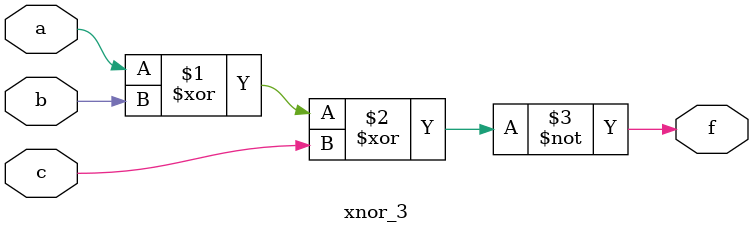
<source format=v>
module xnor_3(
input a,b,c,
output f
);
assign f=~(a^b^c);
endmodule
</source>
